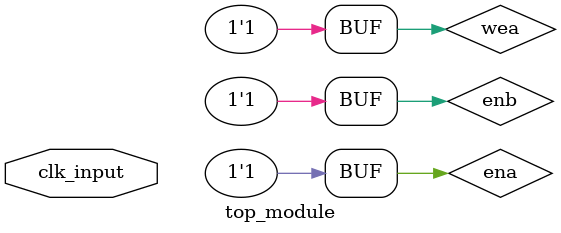
<source format=v>
`timescale 1ns / 1ps

module top_module (
     input clk_input
     );
     
     
   wire clk, clk_100MHz;
   wire [255:0] DecompCache;
   wire [5:0] Addra; 
   wire [5:0]Addrb;
   wire [259:0] compdata;
   reg ena, wea, enb;
   
   DecompressorUnit decompressor_unit(clk, Addrb,Addra, DecompCache, compdata);
     
     clk_wiz_0 clk_wizard
   (
    // Clock out ports
    .clk_out1(clk),     // output clk_out1
    .clk_out2(clk_100MHz),     // output clk_out2
   // Clock in ports
    .clk_in1(clk_input));
    
    
     
     blk_mem_gen_0 B_Ram (
  .clka(clk),    // input wire clka
  .ena(ena),      // input wire ena
  .wea(wea),      // input wire [0 : 0] wea
  .addra(Addra),  // input wire [3 : 0] addra
  .dina(DecompCache),    // input wire [259 : 0] dina
  .clkb(clk),    // input wire clkb
  .enb(enb),      // input wire enb
  .addrb(Addrb),  // input wire [3 : 0] addrb
  .doutb(compdata)  // output wire [259 : 0] doutb
);
     
    vio_0 VIO (
  .clk(clk),                // input wire clk
  .probe_out0(Addrb)  // output wire [3 : 0] probe_out0
);
     
  
  ila_0 ILA (
	.clk(clk_100MHz), // input wire clk


	.probe0(compdata), // input wire [259:0]  probe0  
	.probe1(DecompCache) // input wire [259:0]  probe1
);   


always @ (*)
begin
    wea=1;
    ena=1;
    enb=1;
end

endmodule
</source>
